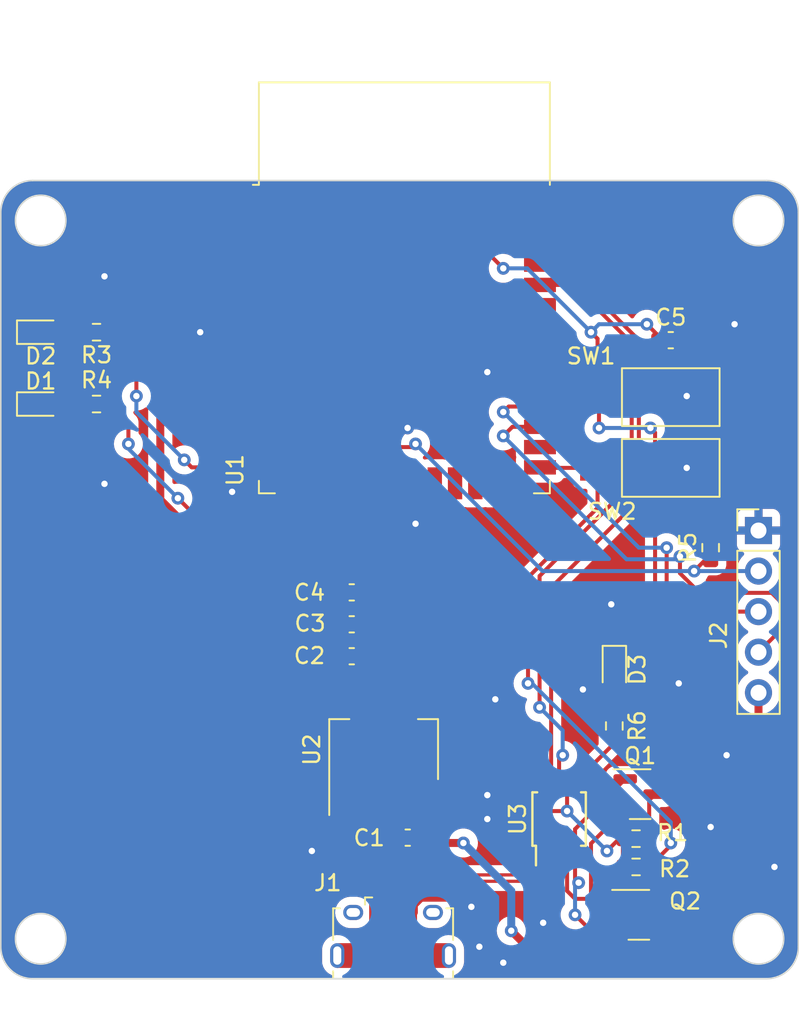
<source format=kicad_pcb>
(kicad_pcb (version 20221018) (generator pcbnew)
  (layers (0 "F.Cu" signal) (31 "B.Cu" signal) (34 "B.Paste" user) (35 "F.Paste" user) (36 "B.SilkS" user "B.Silkscreen") (37 "F.SilkS" user "F.Silkscreen") (38 "B.Mask" user) (39 "F.Mask" user) (44 "Edge.Cuts" user))
  (net 0 "")
  (net 1 "+5V")
  (net 2 "GND")
  (net 3 "+3V3")
  (net 4 "ESP32_EN")
  (net 5 "D+")
  (net 6 "D-")
  (net 7 "Net-(D1-A)")
  (net 8 "Net-(D2-A)")
  (net 9 "ESP32_IO0")
  (net 10 "Net-(D3-A)")
  (net 13 "Net-(Q1-G)")
  (net 14 "Net-(Q1-S)")
  (net 15 "Net-(U1-IO12)")
  (net 16 "Net-(U1-IO13)")
  (net 17 "Net-(U3-TNOW)")
  (net 23 "VM-EN")
  (net 33 "VM-RX")
  (net 34 "VM-TX")
  (net 40 "TX-PROG")
  (net 41 "RX-PROG")
  (footprint "Resistor_SMD:R_0603_1608Metric" (layer "F.Cu") (at 134.5 63 90)
    (fp_text reference "R5" (at 0 -1.43 90) (layer "F.SilkS"))
    (fp_text value "R_Small" hide)
    (fp_line (start -0.237258 -0.5225) (end 0.237258 -0.5225) (stroke (width 0.12)) (layer "F.SilkS"))
    (fp_line (start -0.237258 0.5225) (end 0.237258 0.5225) (stroke (width 0.12)) (layer "F.SilkS"))
    (pad "1" smd roundrect (at -0.825 0 90) (size 0.8 0.95) (layers "F.Cu" "F.Paste" "F.Mask") (net 23 "VM-EN"))
    (pad "2" smd roundrect (at 0.825 0 90) (size 0.8 0.95) (layers "F.Cu" "F.Paste" "F.Mask") (net 2 "GND"))
  )
  (footprint "Resistor_SMD:R_0603_1608Metric" (layer "F.Cu") (at 129.825 83)
    (fp_text reference "R2" (at 2.414662 0.125231) (layer "F.SilkS"))
    (fp_text value "R_Small" hide)
    (fp_line (start -0.237258 -0.5225) (end 0.237258 -0.5225) (stroke (width 0.12)) (layer "F.SilkS"))
    (fp_line (start -0.237258 0.5225) (end 0.237258 0.5225) (stroke (width 0.12)) (layer "F.SilkS"))
    (pad "1" smd roundrect (at -0.825 0) (size 0.8 0.95) (layers "F.Cu" "F.Paste" "F.Mask") (net 3 "+3V3"))
    (pad "2" smd roundrect (at 0.825 0) (size 0.8 0.95) (layers "F.Cu" "F.Paste" "F.Mask") (net 9 "ESP32_IO0"))
  )
  (footprint "RF_Module:ESP32-WROOM-32" (layer "F.Cu") (at 115.300989 49.713325)
    (fp_text reference "U1" (at -10.61 8.43 90) (layer "F.SilkS"))
    (fp_text value "ESP32-WROOM-32" hide)
    (fp_line (start -9.12 -15.865) (end -9.12 -9.445) (stroke (width 0.12)) (layer "F.SilkS"))
    (fp_line (start -9.12 -15.865) (end 9.12 -15.865) (stroke (width 0.12)) (layer "F.SilkS"))
    (fp_line (start -9.12 -9.445) (end -9.5 -9.445) (stroke (width 0.12)) (layer "F.SilkS"))
    (fp_line (start -9.12 9.1) (end -9.12 9.88) (stroke (width 0.12)) (layer "F.SilkS"))
    (fp_line (start -9.12 9.88) (end -8.12 9.88) (stroke (width 0.12)) (layer "F.SilkS"))
    (fp_line (start 9.12 -15.865) (end 9.12 -9.445) (stroke (width 0.12)) (layer "F.SilkS"))
    (fp_line (start 9.12 9.1) (end 9.12 9.88) (stroke (width 0.12)) (layer "F.SilkS"))
    (fp_line (start 9.12 9.88) (end 8.12 9.88) (stroke (width 0.12)) (layer "F.SilkS"))
    (pad "1" smd rect (at -8.5 -8.255) (size 2 0.9) (layers "F.Cu" "F.Paste" "F.Mask") (net 2 "GND"))
    (pad "2" smd rect (at -8.5 -6.985) (size 2 0.9) (layers "F.Cu" "F.Paste" "F.Mask") (net 3 "+3V3"))
    (pad "3" smd rect (at -8.5 -5.715) (size 2 0.9) (layers "F.Cu" "F.Paste" "F.Mask") (net 4 "ESP32_EN"))
    (pad "4" smd rect (at -8.5 -4.445) (size 2 0.9) (layers "F.Cu" "F.Paste" "F.Mask"))
    (pad "5" smd rect (at -8.5 -3.175) (size 2 0.9) (layers "F.Cu" "F.Paste" "F.Mask"))
    (pad "6" smd rect (at -8.5 -1.905) (size 2 0.9) (layers "F.Cu" "F.Paste" "F.Mask"))
    (pad "7" smd rect (at -8.5 -0.635) (size 2 0.9) (layers "F.Cu" "F.Paste" "F.Mask"))
    (pad "8" smd rect (at -8.5 0.635) (size 2 0.9) (layers "F.Cu" "F.Paste" "F.Mask"))
    (pad "9" smd rect (at -8.5 1.905) (size 2 0.9) (layers "F.Cu" "F.Paste" "F.Mask"))
    (pad "10" smd rect (at -8.5 3.175) (size 2 0.9) (layers "F.Cu" "F.Paste" "F.Mask"))
    (pad "11" smd rect (at -8.5 4.445) (size 2 0.9) (layers "F.Cu" "F.Paste" "F.Mask"))
    (pad "12" smd rect (at -8.5 5.715) (size 2 0.9) (layers "F.Cu" "F.Paste" "F.Mask"))
    (pad "13" smd rect (at -8.5 6.985) (size 2 0.9) (layers "F.Cu" "F.Paste" "F.Mask") (net 23 "VM-EN"))
    (pad "14" smd rect (at -8.5 8.255) (size 2 0.9) (layers "F.Cu" "F.Paste" "F.Mask") (net 15 "Net-(U1-IO12)"))
    (pad "15" smd rect (at -5.715 9.255 90) (size 2 0.9) (layers "F.Cu" "F.Paste" "F.Mask") (net 2 "GND"))
    (pad "16" smd rect (at -4.445 9.255 90) (size 2 0.9) (layers "F.Cu" "F.Paste" "F.Mask") (net 16 "Net-(U1-IO13)"))
    (pad "17" smd rect (at -3.175 9.255 90) (size 2 0.9) (layers "F.Cu" "F.Paste" "F.Mask"))
    (pad "18" smd rect (at -1.905 9.255 90) (size 2 0.9) (layers "F.Cu" "F.Paste" "F.Mask"))
    (pad "19" smd rect (at -0.635 9.255 90) (size 2 0.9) (layers "F.Cu" "F.Paste" "F.Mask"))
    (pad "20" smd rect (at 0.635 9.255 90) (size 2 0.9) (layers "F.Cu" "F.Paste" "F.Mask"))
    (pad "21" smd rect (at 1.905 9.255 90) (size 2 0.9) (layers "F.Cu" "F.Paste" "F.Mask"))
    (pad "22" smd rect (at 3.175 9.255 90) (size 2 0.9) (layers "F.Cu" "F.Paste" "F.Mask"))
    (pad "23" smd rect (at 4.445 9.255 90) (size 2 0.9) (layers "F.Cu" "F.Paste" "F.Mask"))
    (pad "24" smd rect (at 5.715 9.255 90) (size 2 0.9) (layers "F.Cu" "F.Paste" "F.Mask"))
    (pad "25" smd rect (at 8.5 8.255) (size 2 0.9) (layers "F.Cu" "F.Paste" "F.Mask") (net 9 "ESP32_IO0"))
    (pad "26" smd rect (at 8.5 6.985) (size 2 0.9) (layers "F.Cu" "F.Paste" "F.Mask"))
    (pad "27" smd rect (at 8.5 5.715) (size 2 0.9) (layers "F.Cu" "F.Paste" "F.Mask") (net 34 "VM-TX"))
    (pad "28" smd rect (at 8.5 4.445) (size 2 0.9) (layers "F.Cu" "F.Paste" "F.Mask") (net 33 "VM-RX"))
    (pad "29" smd rect (at 8.5 3.175) (size 2 0.9) (layers "F.Cu" "F.Paste" "F.Mask"))
    (pad "30" smd rect (at 8.5 1.905) (size 2 0.9) (layers "F.Cu" "F.Paste" "F.Mask"))
    (pad "31" smd rect (at 8.5 0.635) (size 2 0.9) (layers "F.Cu" "F.Paste" "F.Mask"))
    (pad "32" smd rect (at 8.5 -0.635) (size 2 0.9) (layers "F.Cu" "F.Paste" "F.Mask"))
    (pad "33" smd rect (at 8.5 -1.905) (size 2 0.9) (layers "F.Cu" "F.Paste" "F.Mask"))
    (pad "34" smd rect (at 8.5 -3.175) (size 2 0.9) (layers "F.Cu" "F.Paste" "F.Mask") (net 40 "TX-PROG"))
    (pad "35" smd rect (at 8.5 -4.445) (size 2 0.9) (layers "F.Cu" "F.Paste" "F.Mask") (net 41 "RX-PROG"))
    (pad "36" smd rect (at 8.5 -5.715) (size 2 0.9) (layers "F.Cu" "F.Paste" "F.Mask"))
    (pad "37" smd rect (at 8.5 -6.985) (size 2 0.9) (layers "F.Cu" "F.Paste" "F.Mask"))
    (pad "38" smd rect (at 8.5 -8.255) (size 2 0.9) (layers "F.Cu" "F.Paste" "F.Mask") (net 2 "GND"))
    (pad "39" smd rect (at -1 -0.755) (size 5 5) (layers "F.Cu" "F.Paste" "F.Mask") (net 2 "GND"))
    (zone (net 0) (net_name "") (layers "*.Cu") (connect_pads (clearance 0)) (min_thickness 0.254)
      (keepout (tracks not_allowed) (vias not_allowed) (pads not_allowed) (copperpour not_allowed) (footprints not_allowed))
      (fill (thermal_gap 0.508) (thermal_bridge_width 0.508))
      (polygon (pts (xy 101.300989 39.743325) (xy 129.300989 39.743325) (xy 129.300989 28.963325) (xy 101.300989 28.963325)))
    )
  )
  (footprint "Button_Switch_SMD:SW_SPST_FSMSM" (layer "F.Cu") (at 132 58)
    (fp_text reference "SW2" (at -3.672768 2.730948) (layer "F.SilkS"))
    (fp_text value "SW_Push" hide)
    (fp_line (start -3.06 -1.81) (end 3.06 -1.81) (stroke (width 0.12)) (layer "F.SilkS"))
    (fp_line (start -3.06 1.81) (end -3.06 -1.81) (stroke (width 0.12)) (layer "F.SilkS"))
    (fp_line (start 3.06 -1.81) (end 3.06 1.81) (stroke (width 0.12)) (layer "F.SilkS"))
    (fp_line (start 3.06 1.81) (end -3.06 1.81) (stroke (width 0.12)) (layer "F.SilkS"))
    (pad "1" smd rect (at -4.59 0) (size 2.18 1.6) (layers "F.Cu" "F.Paste" "F.Mask") (net 9 "ESP32_IO0"))
    (pad "2" smd rect (at 4.59 0) (size 2.18 1.6) (layers "F.Cu" "F.Paste" "F.Mask") (net 2 "GND"))
  )
  (footprint "Resistor_SMD:R_0603_1608Metric" (layer "F.Cu") (at 96 54 180)
    (fp_text reference "R4" (at 0 1.5) (layer "F.SilkS"))
    (fp_text value "R_Small" hide)
    (fp_line (start -0.237258 -0.5225) (end 0.237258 -0.5225) (stroke (width 0.12)) (layer "F.SilkS"))
    (fp_line (start -0.237258 0.5225) (end 0.237258 0.5225) (stroke (width 0.12)) (layer "F.SilkS"))
    (pad "1" smd roundrect (at -0.825 0 180) (size 0.8 0.95) (layers "F.Cu" "F.Paste" "F.Mask") (net 16 "Net-(U1-IO13)"))
    (pad "2" smd roundrect (at 0.825 0 180) (size 0.8 0.95) (layers "F.Cu" "F.Paste" "F.Mask") (net 7 "Net-(D1-A)"))
  )
  (footprint "Capacitor_SMD:C_0603_1608Metric" (layer "F.Cu") (at 112 65.8 180)
    (fp_text reference "C4" (at 2.649879 -0.00597) (layer "F.SilkS"))
    (fp_text value "C" hide)
    (fp_line (start -0.14058 -0.51) (end 0.14058 -0.51) (stroke (width 0.12)) (layer "F.SilkS"))
    (fp_line (start -0.14058 0.51) (end 0.14058 0.51) (stroke (width 0.12)) (layer "F.SilkS"))
    (pad "1" smd roundrect (at -0.775 0 180) (size 0.9 0.95) (layers "F.Cu" "F.Paste" "F.Mask") (net 3 "+3V3"))
    (pad "2" smd roundrect (at 0.775 0 180) (size 0.9 0.95) (layers "F.Cu" "F.Paste" "F.Mask") (net 2 "GND"))
  )
  (footprint "LED_SMD:LED_0603_1608Metric" (layer "F.Cu") (at 128.46448 70.634204 -90)
    (fp_text reference "D3" (at 0 -1.43 90) (layer "F.SilkS"))
    (fp_text value "LED" hide)
    (fp_line (start -1.485 -0.735) (end -1.485 0.735) (stroke (width 0.12)) (layer "F.SilkS"))
    (fp_line (start -1.485 0.735) (end 0.8 0.735) (stroke (width 0.12)) (layer "F.SilkS"))
    (fp_line (start 0.8 -0.735) (end -1.485 -0.735) (stroke (width 0.12)) (layer "F.SilkS"))
    (pad "1" smd roundrect (at -0.7875 0 270) (size 0.875 0.95) (layers "F.Cu" "F.Paste" "F.Mask") (net 2 "GND"))
    (pad "2" smd roundrect (at 0.7875 0 270) (size 0.875 0.95) (layers "F.Cu" "F.Paste" "F.Mask") (net 10 "Net-(D3-A)"))
  )
  (footprint "Capacitor_SMD:C_0603_1608Metric" (layer "F.Cu") (at 112 69.8 180)
    (fp_text reference "C2" (at 2.649879 0.028676) (layer "F.SilkS"))
    (fp_text value "C" hide)
    (fp_line (start -0.14058 -0.51) (end 0.14058 -0.51) (stroke (width 0.12)) (layer "F.SilkS"))
    (fp_line (start -0.14058 0.51) (end 0.14058 0.51) (stroke (width 0.12)) (layer "F.SilkS"))
    (pad "1" smd roundrect (at -0.775 0 180) (size 0.9 0.95) (layers "F.Cu" "F.Paste" "F.Mask") (net 3 "+3V3"))
    (pad "2" smd roundrect (at 0.775 0 180) (size 0.9 0.95) (layers "F.Cu" "F.Paste" "F.Mask") (net 2 "GND"))
  )
  (footprint "Package_TO_SOT_SMD:SOT-23" (layer "F.Cu") (at 130.079717 78.440149)
    (fp_text reference "Q1" (at 0 -2.4) (layer "F.SilkS"))
    (fp_text value "BSS138" hide)
    (fp_line (start 0 -1.56) (end -1.675 -1.56) (stroke (width 0.12)) (layer "F.SilkS"))
    (fp_line (start 0 -1.56) (end 0.65 -1.56) (stroke (width 0.12)) (layer "F.SilkS"))
    (fp_line (start 0 1.56) (end -0.65 1.56) (stroke (width 0.12)) (layer "F.SilkS"))
    (fp_line (start 0 1.56) (end 0.65 1.56) (stroke (width 0.12)) (layer "F.SilkS"))
    (pad "1" smd roundrect (at -0.9375 -0.95) (size 1.475 0.6) (layers "F.Cu" "F.Paste" "F.Mask") (net 13 "Net-(Q1-G)"))
    (pad "2" smd roundrect (at -0.9375 0.95) (size 1.475 0.6) (layers "F.Cu" "F.Paste" "F.Mask") (net 14 "Net-(Q1-S)"))
    (pad "3" smd roundrect (at 0.9375 0) (size 1.475 0.6) (layers "F.Cu" "F.Paste" "F.Mask") (net 4 "ESP32_EN"))
  )
  (footprint "Capacitor_SMD:C_0603_1608Metric" (layer "F.Cu") (at 115.511369 81.165751 180)
    (fp_text reference "C1" (at 2.418974 -0.017497) (layer "F.SilkS"))
    (fp_text value "C" hide)
    (fp_line (start -0.14058 -0.51) (end 0.14058 -0.51) (stroke (width 0.12)) (layer "F.SilkS"))
    (fp_line (start -0.14058 0.51) (end 0.14058 0.51) (stroke (width 0.12)) (layer "F.SilkS"))
    (pad "1" smd roundrect (at -0.775 0 180) (size 0.9 0.95) (layers "F.Cu" "F.Paste" "F.Mask") (net 1 "+5V"))
    (pad "2" smd roundrect (at 0.775 0 180) (size 0.9 0.95) (layers "F.Cu" "F.Paste" "F.Mask") (net 2 "GND"))
  )
  (footprint "Resistor_SMD:R_0603_1608Metric" (layer "F.Cu") (at 129.823072 81.227722)
    (fp_text reference "R1" (at 2.291668 -0.362459) (layer "F.SilkS"))
    (fp_text value "R_Small" hide)
    (fp_line (start -0.237258 -0.5225) (end 0.237258 -0.5225) (stroke (width 0.12)) (layer "F.SilkS"))
    (fp_line (start -0.237258 0.5225) (end 0.237258 0.5225) (stroke (width 0.12)) (layer "F.SilkS"))
    (pad "1" smd roundrect (at -0.825 0) (size 0.8 0.95) (layers "F.Cu" "F.Paste" "F.Mask") (net 3 "+3V3"))
    (pad "2" smd roundrect (at 0.825 0) (size 0.8 0.95) (layers "F.Cu" "F.Paste" "F.Mask") (net 4 "ESP32_EN"))
  )
  (footprint "Button_Switch_SMD:SW_SPST_FSMSM" (layer "F.Cu") (at 132 53.567361 180)
    (fp_text reference "SW1" (at 5 2.567361) (layer "F.SilkS"))
    (fp_text value "SW_Push" hide)
    (fp_line (start -3.06 -1.81) (end 3.06 -1.81) (stroke (width 0.12)) (layer "F.SilkS"))
    (fp_line (start -3.06 1.81) (end -3.06 -1.81) (stroke (width 0.12)) (layer "F.SilkS"))
    (fp_line (start 3.06 -1.81) (end 3.06 1.81) (stroke (width 0.12)) (layer "F.SilkS"))
    (fp_line (start 3.06 1.81) (end -3.06 1.81) (stroke (width 0.12)) (layer "F.SilkS"))
    (pad "1" smd rect (at -4.59 0 180) (size 2.18 1.6) (layers "F.Cu" "F.Paste" "F.Mask") (net 2 "GND"))
    (pad "2" smd rect (at 4.59 0 180) (size 2.18 1.6) (layers "F.Cu" "F.Paste" "F.Mask") (net 4 "ESP32_EN"))
  )
  (footprint "LED_SMD:LED_0603_1608Metric" (layer "F.Cu") (at 92.5 54)
    (fp_text reference "D1" (at 0 -1.43) (layer "F.SilkS"))
    (fp_text value "LED" hide)
    (fp_line (start -1.485 -0.735) (end -1.485 0.735) (stroke (width 0.12)) (layer "F.SilkS"))
    (fp_line (start -1.485 0.735) (end 0.8 0.735) (stroke (width 0.12)) (layer "F.SilkS"))
    (fp_line (start 0.8 -0.735) (end -1.485 -0.735) (stroke (width 0.12)) (layer "F.SilkS"))
    (pad "1" smd roundrect (at -0.7875 0) (size 0.875 0.95) (layers "F.Cu" "F.Paste" "F.Mask") (net 2 "GND"))
    (pad "2" smd roundrect (at 0.7875 0) (size 0.875 0.95) (layers "F.Cu" "F.Paste" "F.Mask") (net 7 "Net-(D1-A)"))
  )
  (footprint "Package_TO_SOT_SMD:SOT-223-3_TabPin2" (layer "F.Cu") (at 114 75.65 90)
    (fp_text reference "U2" (at 0 -4.5 90) (layer "F.SilkS"))
    (fp_text value "AMS1117-3.3" hide)
    (fp_line (start -4.1 -3.41) (end 1.91 -3.41) (stroke (width 0.12)) (layer "F.SilkS"))
    (fp_line (start -1.85 3.41) (end 1.91 3.41) (stroke (width 0.12)) (layer "F.SilkS"))
    (fp_line (start 1.91 -3.41) (end 1.91 -2.15) (stroke (width 0.12)) (layer "F.SilkS"))
    (fp_line (start 1.91 3.41) (end 1.91 2.15) (stroke (width 0.12)) (layer "F.SilkS"))
    (pad "1" smd rect (at -3.15 -2.3 90) (size 2 1.5) (layers "F.Cu" "F.Paste" "F.Mask") (net 2 "GND"))
    (pad "2" smd rect (at -3.15 0 90) (size 2 1.5) (layers "F.Cu" "F.Paste" "F.Mask") (net 3 "+3V3"))
    (pad "2" smd rect (at 3.15 0 90) (size 2 3.8) (layers "F.Cu" "F.Paste" "F.Mask") (net 3 "+3V3"))
    (pad "3" smd rect (at -3.15 2.3 90) (size 2 1.5) (layers "F.Cu" "F.Paste" "F.Mask") (net 1 "+5V"))
  )
  (footprint "LED_SMD:LED_0603_1608Metric" (layer "F.Cu") (at 92.5 49.5)
    (fp_text reference "D2" (at 0 1.5) (layer "F.SilkS"))
    (fp_text value "LED" hide)
    (fp_line (start -1.485 -0.735) (end -1.485 0.735) (stroke (width 0.12)) (layer "F.SilkS"))
    (fp_line (start -1.485 0.735) (end 0.8 0.735) (stroke (width 0.12)) (layer "F.SilkS"))
    (fp_line (start 0.8 -0.735) (end -1.485 -0.735) (stroke (width 0.12)) (layer "F.SilkS"))
    (pad "1" smd roundrect (at -0.7875 0) (size 0.875 0.95) (layers "F.Cu" "F.Paste" "F.Mask") (net 2 "GND"))
    (pad "2" smd roundrect (at 0.7875 0) (size 0.875 0.95) (layers "F.Cu" "F.Paste" "F.Mask") (net 8 "Net-(D2-A)"))
  )
  (footprint "Connector_USB:USB_Micro-B_Amphenol_10118194_Horizontal" (layer "F.Cu") (at 114.593254 87.252051)
    (fp_text reference "J1" (at -4.093254 -3.252051) (layer "F.SilkS"))
    (fp_text value "USB_OTG")
    (fp_line (start -3.76 -1.66) (end -3.34 -1.66) (stroke (width 0.12)) (layer "F.SilkS"))
    (fp_line (start -3.76 0.32) (end -3.76 -1.66) (stroke (width 0.12)) (layer "F.SilkS"))
    (fp_line (start -3.76 2.69) (end -3.76 2.29) (stroke (width 0.12)) (layer "F.SilkS"))
    (fp_line (start -1.76 -1.89) (end -1.76 -2.34) (stroke (width 0.12)) (layer "F.SilkS"))
    (fp_line (start -1.31 -2.34) (end -1.76 -2.34) (stroke (width 0.12)) (layer "F.SilkS"))
    (fp_line (start 3.76 -1.66) (end 3.34 -1.66) (stroke (width 0.12)) (layer "F.SilkS"))
    (fp_line (start 3.76 0.32) (end 3.76 -1.66) (stroke (width 0.12)) (layer "F.SilkS"))
    (fp_line (start 3.76 2.29) (end 3.76 2.69) (stroke (width 0.12)) (layer "F.SilkS"))
    (pad "1" smd rect (at -1.3 -1.4) (size 0.4 1.35) (layers "F.Cu" "F.Paste" "F.Mask") (net 1 "+5V"))
    (pad "2" smd rect (at -0.65 -1.4) (size 0.4 1.35) (layers "F.Cu" "F.Paste" "F.Mask") (net 6 "D-"))
    (pad "3" smd rect (at 0 -1.4) (size 0.4 1.35) (layers "F.Cu" "F.Paste" "F.Mask") (net 5 "D+"))
    (pad "4" smd rect (at 0.65 -1.4) (size 0.4 1.35) (layers "F.Cu" "F.Paste" "F.Mask"))
    (pad "5" smd rect (at 1.3 -1.4) (size 0.4 1.35) (layers "F.Cu" "F.Paste" "F.Mask") (net 2 "GND"))
    (pad "6" thru_hole oval (at -3.5 1.3) (size 0.89 1.55) (drill oval 0.5 1.15) (layers "*.Cu" "*.Mask"))
    (pad "6" smd rect (at -2.9 1.3) (size 1.2 1.55) (layers "F.Cu" "F.Paste" "F.Mask"))
    (pad "6" thru_hole oval (at -2.5 -1.4) (size 1.25 0.95) (drill oval 0.85 0.55) (layers "*.Cu" "*.Mask"))
    (pad "6" smd rect (at -1 1.3) (size 1.5 1.55) (layers "F.Cu" "F.Paste" "F.Mask"))
    (pad "6" smd rect (at 1 1.3) (size 1.5 1.55) (layers "F.Cu" "F.Paste" "F.Mask"))
    (pad "6" thru_hole oval (at 2.5 -1.4) (size 1.25 0.95) (drill oval 0.85 0.55) (layers "*.Cu" "*.Mask"))
    (pad "6" smd rect (at 2.9 1.3) (size 1.2 1.55) (layers "F.Cu" "F.Paste" "F.Mask"))
    (pad "6" thru_hole oval (at 3.5 1.3) (size 0.89 1.55) (drill oval 0.5 1.15) (layers "*.Cu" "*.Mask"))
  )
  (footprint "Connector_PinHeader_2.54mm:PinHeader_1x05_P2.54mm_Vertical" (layer "F.Cu") (at 137.5 61.925)
    (fp_text reference "J2" (at -2.5 6.575 90) (layer "F.SilkS"))
    (fp_text value "Conn_01x05" hide)
    (fp_line (start -1.33 -1.33) (end 0 -1.33) (stroke (width 0.12)) (layer "F.SilkS"))
    (fp_line (start -1.33 0) (end -1.33 -1.33) (stroke (width 0.12)) (layer "F.SilkS"))
    (fp_line (start -1.33 1.27) (end -1.33 11.49) (stroke (width 0.12)) (layer "F.SilkS"))
    (fp_line (start -1.33 1.27) (end 1.33 1.27) (stroke (width 0.12)) (layer "F.SilkS"))
    (fp_line (start -1.33 11.49) (end 1.33 11.49) (stroke (width 0.12)) (layer "F.SilkS"))
    (fp_line (start 1.33 1.27) (end 1.33 11.49) (stroke (width 0.12)) (layer "F.SilkS"))
    (pad "1" thru_hole rect (at 0 0) (size 1.7 1.7) (drill 1) (layers "*.Cu" "*.Mask") (net 2 "GND"))
    (pad "2" thru_hole oval (at 0 2.54) (size 1.7 1.7) (drill 1) (layers "*.Cu" "*.Mask") (net 23 "VM-EN"))
    (pad "3" thru_hole oval (at 0 5.08) (size 1.7 1.7) (drill 1) (layers "*.Cu" "*.Mask") (net 33 "VM-RX"))
    (pad "4" thru_hole oval (at 0 7.62) (size 1.7 1.7) (drill 1) (layers "*.Cu" "*.Mask") (net 34 "VM-TX"))
    (pad "5" thru_hole oval (at 0 10.16) (size 1.7 1.7) (drill 1) (layers "*.Cu" "*.Mask") (net 1 "+5V"))
  )
  (footprint "Resistor_SMD:R_0603_1608Metric" (layer "F.Cu") (at 128.461 74.168 -90)
    (fp_text reference "R6" (at 0 -1.43 90) (layer "F.SilkS"))
    (fp_text value "R_Small" hide)
    (fp_line (start -0.237258 -0.5225) (end 0.237258 -0.5225) (stroke (width 0.12)) (layer "F.SilkS"))
    (fp_line (start -0.237258 0.5225) (end 0.237258 0.5225) (stroke (width 0.12)) (layer "F.SilkS"))
    (pad "1" smd roundrect (at -0.825 0 270) (size 0.8 0.95) (layers "F.Cu" "F.Paste" "F.Mask") (net 10 "Net-(D3-A)"))
    (pad "2" smd roundrect (at 0.825 0 270) (size 0.8 0.95) (layers "F.Cu" "F.Paste" "F.Mask") (net 17 "Net-(U3-TNOW)"))
  )
  (footprint "Capacitor_SMD:C_0603_1608Metric" (layer "F.Cu") (at 112 67.8 180)
    (fp_text reference "C3" (at 2.612024 0.05394) (layer "F.SilkS"))
    (fp_text value "C" hide)
    (fp_line (start -0.14058 -0.51) (end 0.14058 -0.51) (stroke (width 0.12)) (layer "F.SilkS"))
    (fp_line (start -0.14058 0.51) (end 0.14058 0.51) (stroke (width 0.12)) (layer "F.SilkS"))
    (pad "1" smd roundrect (at -0.775 0 180) (size 0.9 0.95) (layers "F.Cu" "F.Paste" "F.Mask") (net 3 "+3V3"))
    (pad "2" smd roundrect (at 0.775 0 180) (size 0.9 0.95) (layers "F.Cu" "F.Paste" "F.Mask") (net 2 "GND"))
  )
  (footprint "Capacitor_SMD:C_0603_1608Metric" (layer "F.Cu") (at 132 50)
    (fp_text reference "C5" (at 0 -1.43) (layer "F.SilkS"))
    (fp_text value "C" hide)
    (fp_line (start -0.14058 -0.51) (end 0.14058 -0.51) (stroke (width 0.12)) (layer "F.SilkS"))
    (fp_line (start -0.14058 0.51) (end 0.14058 0.51) (stroke (width 0.12)) (layer "F.SilkS"))
    (pad "1" smd roundrect (at -0.775 0) (size 0.9 0.95) (layers "F.Cu" "F.Paste" "F.Mask") (net 4 "ESP32_EN"))
    (pad "2" smd roundrect (at 0.775 0) (size 0.9 0.95) (layers "F.Cu" "F.Paste" "F.Mask") (net 2 "GND"))
  )
  (footprint "Package_SO:MSOP-10_3x3mm_P0.5mm" (layer "F.Cu") (at 125 80 90)
    (fp_text reference "U3" (at 0 -2.6 90) (layer "F.SilkS"))
    (fp_text value "CH340E" hide)
    (fp_line (start -1.675 -1.675) (end -1.675 -1.45) (stroke (width 0.15)) (layer "F.SilkS"))
    (fp_line (start -1.675 -1.675) (end 1.675 -1.675) (stroke (width 0.15)) (layer "F.SilkS"))
    (fp_line (start -1.675 -1.45) (end -2.9 -1.45) (stroke (width 0.15)) (layer "F.SilkS"))
    (fp_line (start -1.675 1.675) (end -1.675 1.375) (stroke (width 0.15)) (layer "F.SilkS"))
    (fp_line (start -1.675 1.675) (end 1.675 1.675) (stroke (width 0.15)) (layer "F.SilkS"))
    (fp_line (start 1.675 -1.675) (end 1.675 -1.375) (stroke (width 0.15)) (layer "F.SilkS"))
    (fp_line (start 1.675 1.675) (end 1.675 1.375) (stroke (width 0.15)) (layer "F.SilkS"))
    (pad "1" smd rect (at -2.2 -1 90) (size 1.4 0.3) (layers "F.Cu" "F.Paste" "F.Mask") (net 6 "D-"))
    (pad "2" smd rect (at -2.2 -0.5 90) (size 1.4 0.3) (layers "F.Cu" "F.Paste" "F.Mask") (net 5 "D+"))
    (pad "3" smd rect (at -2.2 0 90) (size 1.4 0.3) (layers "F.Cu" "F.Paste" "F.Mask") (net 2 "GND"))
    (pad "4" smd rect (at -2.2 0.5 90) (size 1.4 0.3) (layers "F.Cu" "F.Paste" "F.Mask") (net 14 "Net-(Q1-S)"))
    (pad "5" smd rect (at -2.2 1 90) (size 1.4 0.3) (layers "F.Cu" "F.Paste" "F.Mask") (net 13 "Net-(Q1-G)"))
    (pad "6" smd rect (at 2.2 1 90) (size 1.4 0.3) (layers "F.Cu" "F.Paste" "F.Mask") (net 17 "Net-(U3-TNOW)"))
    (pad "7" smd rect (at 2.2 0.5 90) (size 1.4 0.3) (layers "F.Cu" "F.Paste" "F.Mask") (net 3 "+3V3"))
    (pad "8" smd rect (at 2.2 0 90) (size 1.4 0.3) (layers "F.Cu" "F.Paste" "F.Mask") (net 40 "TX-PROG"))
    (pad "9" smd rect (at 2.2 -0.5 90) (size 1.4 0.3) (layers "F.Cu" "F.Paste" "F.Mask") (net 41 "RX-PROG"))
    (pad "10" smd rect (at 2.2 -1 90) (size 1.4 0.3) (layers "F.Cu" "F.Paste" "F.Mask") (net 3 "+3V3"))
  )
  (footprint "Resistor_SMD:R_0603_1608Metric" (layer "F.Cu") (at 96 49.5 180)
    (fp_text reference "R3" (at 0 -1.43) (layer "F.SilkS"))
    (fp_text value "R_Small" hide)
    (fp_line (start -0.237258 -0.5225) (end 0.237258 -0.5225) (stroke (width 0.12)) (layer "F.SilkS"))
    (fp_line (start -0.237258 0.5225) (end 0.237258 0.5225) (stroke (width 0.12)) (layer "F.SilkS"))
    (pad "1" smd roundrect (at -0.825 0 180) (size 0.8 0.95) (layers "F.Cu" "F.Paste" "F.Mask") (net 15 "Net-(U1-IO12)"))
    (pad "2" smd roundrect (at 0.825 0 180) (size 0.8 0.95) (layers "F.Cu" "F.Paste" "F.Mask") (net 8 "Net-(D2-A)"))
  )
  (footprint "Package_TO_SOT_SMD:SOT-23" (layer "F.Cu") (at 130 86)
    (fp_text reference "Q2" (at 2.898347 -0.85329) (layer "F.SilkS"))
    (fp_text value "BSS138" hide)
    (fp_line (start 0 -1.56) (end -1.675 -1.56) (stroke (width 0.12)) (layer "F.SilkS"))
    (fp_line (start 0 -1.56) (end 0.65 -1.56) (stroke (width 0.12)) (layer "F.SilkS"))
    (fp_line (start 0 1.56) (end -0.65 1.56) (stroke (width 0.12)) (layer "F.SilkS"))
    (fp_line (start 0 1.56) (end 0.65 1.56) (stroke (width 0.12)) (layer "F.SilkS"))
    (pad "1" smd roundrect (at -0.9375 -0.95) (size 1.475 0.6) (layers "F.Cu" "F.Paste" "F.Mask") (net 14 "Net-(Q1-S)"))
    (pad "2" smd roundrect (at -0.9375 0.95) (size 1.475 0.6) (layers "F.Cu" "F.Paste" "F.Mask") (net 13 "Net-(Q1-G)"))
    (pad "3" smd roundrect (at 0.9375 0) (size 1.475 0.6) (layers "F.Cu" "F.Paste" "F.Mask") (net 9 "ESP32_IO0"))
  )
  (gr_circle (center 137.5 42.5) (end 139 43) (stroke (width 0.1)) (fill none) (layer "Edge.Cuts"))
  (gr_arc (start 90 42) (mid 90.585786 40.585786) (end 92 40) (stroke (width 0.1)) (layer "Edge.Cuts"))
  (gr_circle (center 92.5 87.5) (end 94 88) (stroke (width 0.1)) (fill none) (layer "Edge.Cuts"))
  (gr_circle (center 137.5 87.5) (end 139 88) (stroke (width 0.1)) (fill none) (layer "Edge.Cuts"))
  (gr_circle (center 92.5 42.5) (end 94 43) (stroke (width 0.1)) (fill none) (layer "Edge.Cuts"))
  (gr_line (start 138 90) (end 92 90) (stroke (width 0.1)) (layer "Edge.Cuts"))
  (gr_line (start 140 42) (end 140 88) (stroke (width 0.1)) (layer "Edge.Cuts"))
  (gr_arc (start 92 90) (mid 90.585786 89.414214) (end 90 88) (stroke (width 0.1)) (layer "Edge.Cuts"))
  (gr_line (start 90 88) (end 90 42) (stroke (width 0.1)) (layer "Edge.Cuts"))
  (gr_arc (start 138 40) (mid 139.414214 40.585786) (end 140 42) (stroke (width 0.1)) (layer "Edge.Cuts"))
  (gr_line (start 92 40) (end 138 40) (stroke (width 0.1)) (layer "Edge.Cuts"))
  (gr_arc (start 140 88) (mid 139.414214 89.414214) (end 138 90) (stroke (width 0.1)) (layer "Edge.Cuts"))
  (segment (start 116.3 81.15212) (end 116.286369 81.165751) (width 0.5) (layer "F.Cu") (net 1))
  (segment (start 116.620618 81.5) (end 116.286369 81.165751) (width 0.5) (layer "F.Cu") (net 1))
  (segment (start 116.286369 82.077913) (end 116.286369 81.165751) (width 0.3) (layer "F.Cu") (net 1))
  (segment (start 137.5 72.085) (end 137.5 82.5) (width 0.5) (layer "F.Cu") (net 1))
  (segment (start 113.293254 85.071028) (end 116.286369 82.077913) (width 0.3) (layer "F.Cu") (net 1))
  (segment (start 130 88.5) (end 123.5 88.5) (width 0.5) (layer "F.Cu") (net 1))
  (segment (start 116.3 78.8) (end 116.3 81.15212) (width 0.5) (layer "F.Cu") (net 1))
  (segment (start 123.5 88.5) (end 122 87) (width 0.5) (layer "F.Cu") (net 1))
  (segment (start 135 85) (end 131.5 88.5) (width 0.5) (layer "F.Cu") (net 1))
  (segment (start 113.293254 85.852051) (end 113.293254 85.071028) (width 0.3) (layer "F.Cu") (net 1))
  (segment (start 119 81.5) (end 116.620618 81.5) (width 0.5) (layer "F.Cu") (net 1))
  (segment (start 137.5 82.5) (end 135 85) (width 0.5) (layer "F.Cu") (net 1))
  (segment (start 131.5 88.5) (end 130 88.5) (width 0.5) (layer "F.Cu") (net 1))
  (via (at 122 87) (size 0.8) (drill 0.4) (layers "F.Cu" "B.Cu") (net 1))
  (via (at 119 81.5) (size 0.8) (drill 0.4) (layers "F.Cu" "B.Cu") (net 1))
  (segment (start 122 84.5) (end 119 81.5) (width 0.5) (layer "B.Cu") (net 1))
  (segment (start 122 87) (end 122 84.5) (width 0.5) (layer "B.Cu") (net 1))
  (segment (start 123.849022 80) (end 123.5 80) (width 0.3) (layer "F.Cu") (net 2))
  (segment (start 125 82.2) (end 125 84.5) (width 0.3) (layer "F.Cu") (net 2))
  (segment (start 125 84.5) (end 124.5 85) (width 0.3) (layer "F.Cu") (net 2))
  (segment (start 118.927531 84.927531) (end 119.5 85.5) (width 0.5) (layer "F.Cu") (net 2))
  (segment (start 115.893254 85.377051) (end 116.342774 84.927531) (width 0.5) (layer "F.Cu") (net 2))
  (segment (start 125 81.150978) (end 123.849022 80) (width 0.3) (layer "F.Cu") (net 2))
  (segment (start 115.893254 85.852051) (end 115.893254 85.377051) (width 0.5) (layer "F.Cu") (net 2))
  (segment (start 125 82.2) (end 125 81.150978) (width 0.3) (layer "F.Cu") (net 2))
  (segment (start 116.342774 84.927531) (end 118.927531 84.927531) (width 0.5) (layer "F.Cu") (net 2))
  (via (at 133 53.5) (size 0.8) (drill 0.4) (layers "F.Cu" "B.Cu") (net 2))
  (via (at 120 88) (size 0.8) (drill 0.4) (layers "F.Cu" "B.Cu") (net 2))
  (via (at 115.5 55.5) (size 0.8) (drill 0.4) (layers "F.Cu" "B.Cu") (net 2))
  (via (at 133 58) (size 0.8) (drill 0.4) (layers "F.Cu" "B.Cu") (net 2))
  (via (at 132.5 71.5) (size 0.8) (drill 0.4) (layers "F.Cu" "B.Cu") (net 2))
  (via (at 126.492 71.882) (size 0.8) (drill 0.4) (layers "F.Cu" "B.Cu") (net 2))
  (via (at 104.5 59.5) (size 0.8) (drill 0.4) (layers "F.Cu" "B.Cu") (net 2))
  (via (at 134.5 80.5) (size 0.8) (drill 0.4) (layers "F.Cu" "B.Cu") (net 2))
  (via (at 96.5 46) (size 0.8) (drill 0.4) (layers "F.Cu" "B.Cu") (net 2))
  (via (at 120.5 52) (size 0.8) (drill 0.4) (layers "F.Cu" "B.Cu") (net 2))
  (via (at 136 49) (size 0.8) (drill 0.4) (layers "F.Cu" "B.Cu") (net 2))
  (via (at 121.5 89) (size 0.8) (drill 0.4) (layers "F.Cu" "B.Cu") (net 2))
  (via (at 120.5 78.5) (size 0.8) (drill 0.4) (layers "F.Cu" "B.Cu") (net 2))
  (via (at 121 72.5) (size 0.8) (drill 0.4) (layers "F.Cu" "B.Cu") (net 2))
  (via (at 109.5 82) (size 0.8) (drill 0.4) (layers "F.Cu" "B.Cu") (net 2))
  (via (at 138.5 83) (size 0.8) (drill 0.4) (layers "F.Cu" "B.Cu") (net 2))
  (via (at 128.27 66.548) (size 0.8) (drill 0.4) (layers "F.Cu" "B.Cu") (net 2))
  (via (at 120.5 80) (size 0.8) (drill 0.4) (layers "F.Cu" "B.Cu") (net 2))
  (via (at 96.5 59) (size 0.8) (drill 0.4) (layers "F.Cu" "B.Cu") (net 2))
  (via (at 119.5 85.5) (size 0.8) (drill 0.4) (layers "F.Cu" "B.Cu") (net 2))
  (via (at 116 61.5) (size 0.8) (drill 0.4) (layers "F.Cu" "B.Cu") (net 2))
  (via (at 135.5 76) (size 0.8) (drill 0.4) (layers "F.Cu" "B.Cu") (net 2))
  (via (at 124 86.5) (size 0.8) (drill 0.4) (layers "F.Cu" "B.Cu") (net 2))
  (via (at 102.5 49.5) (size 0.8) (drill 0.4) (layers "F.Cu" "B.Cu") (net 2))
  (segment (start 112.775 69.8) (end 112.775 67.8) (width 0.5) (layer "F.Cu") (net 3))
  (segment (start 124.5 79.5) (end 124 79) (width 0.25) (layer "F.Cu") (net 3))
  (segment (start 112.775 64.075) (end 112.775 65.8) (width 0.5) (layer "F.Cu") (net 3))
  (segment (start 106.800989 42.728325) (end 105.271675 42.728325) (width 0.5) (layer "F.Cu") (net 3))
  (segment (start 124 77.8) (end 124 76.5) (width 0.25) (layer "F.Cu") (net 3))
  (segment (start 114 76) (end 114 72.5) (width 0.5) (layer "F.Cu") (net 3))
  (segment (start 100 48) (end 100 60) (width 0.5) (layer "F.Cu") (net 3))
  (segment (start 125.5 79.5) (end 124.5 79.5) (width 0.25) (layer "F.Cu") (net 3))
  (segment (start 129 83) (end 129 81.22965) (width 0.25) (layer "F.Cu") (net 3))
  (segment (start 105.271675 42.728325) (end 100 48) (width 0.5) (layer "F.Cu") (net 3))
  (segment (start 101.5 61.5) (end 110.2 61.5) (width 0.5) (layer "F.Cu") (net 3))
  (segment (start 100 60) (end 101.5 61.5) (width 0.5) (layer "F.Cu") (net 3))
  (segment (start 112.775 65.8) (end 112.775 67.8) (width 0.5) (layer "F.Cu") (net 3))
  (segment (start 123.5 76) (end 114 76) (width 0.25) (layer "F.Cu") (net 3))
  (segment (start 128.772278 81.227722) (end 128 82) (width 0.25) (layer "F.Cu") (net 3))
  (segment (start 124 79) (end 124 77.8) (width 0.25) (layer "F.Cu") (net 3))
  (segment (start 110.2 61.5) (end 112.775 64.075) (width 0.5) (layer "F.Cu") (net 3))
  (segment (start 112.775 71.275) (end 114 72.5) (width 0.5) (layer "F.Cu") (net 3))
  (segment (start 124 76.5) (end 123.5 76) (width 0.25) (layer "F.Cu") (net 3))
  (segment (start 129 81.22965) (end 128.998072 81.227722) (width 0.25) (layer "F.Cu") (net 3))
  (segment (start 114 78.8) (end 114 76) (width 0.5) (layer "F.Cu") (net 3))
  (segment (start 112.775 69.8) (end 112.775 71.425) (width 0.5) (layer "F.Cu") (net 3))
  (segment (start 125.5 79.5) (end 125.5 77.8) (width 0.25) (layer "F.Cu") (net 3))
  (segment (start 128.998072 81.227722) (end 128.772278 81.227722) (width 0.25) (layer "F.Cu") (net 3))
  (via (at 128 82) (size 0.8) (drill 0.4) (layers "F.Cu" "B.Cu") (net 3))
  (via (at 125.5 79.5) (size 0.8) (drill 0.4) (layers "F.Cu" "B.Cu") (net 3))
  (segment (start 125.5 79.5) (end 128 82) (width 0.25) (layer "B.Cu") (net 3))
  (segment (start 127.5 53.657361) (end 127.41 53.567361) (width 0.25) (layer "F.Cu") (net 4))
  (segment (start 131.225 50) (end 131.225 49.725) (width 0.25) (layer "F.Cu") (net 4))
  (segment (start 106.800989 43.998325) (end 119.998325 43.998325) (width 0.25) (layer "F.Cu") (net 4))
  (segment (start 127.41 53.567361) (end 127.41 49.91) (width 0.25) (layer "F.Cu") (net 4))
  (segment (start 127.5 55.5) (end 127.5 53.657361) (width 0.25) (layer "F.Cu") (net 4))
  (segment (start 131.225 49.725) (end 130.5 49) (width 0.25) (layer "F.Cu") (net 4))
  (segment (start 127.41 49.91) (end 127 49.5) (width 0.25) (layer "F.Cu") (net 4))
  (segment (start 119.998325 43.998325) (end 121.5 45.5) (width 0.25) (layer "F.Cu") (net 4))
  (segment (start 130.648072 78.809294) (end 131.017217 78.440149) (width 0.25) (layer "F.Cu") (net 4))
  (segment (start 130.7245 55.5) (end 131.017217 55.792717) (width 0.25) (layer "F.Cu") (net 4))
  (segment (start 131.017217 55.792717) (end 131.017217 78.440149) (width 0.25) (layer "F.Cu") (net 4))
  (segment (start 130.648072 81.227722) (end 130.648072 78.809294) (width 0.25) (layer "F.Cu") (net 4))
  (via (at 121.5 45.5) (size 0.8) (drill 0.4) (layers "F.Cu" "B.Cu") (net 4))
  (via (at 130.7245 55.5) (size 0.8) (drill 0.4) (layers "F.Cu" "B.Cu") (net 4))
  (via (at 127 49.5) (size 0.8) (drill 0.4) (layers "F.Cu" "B.Cu") (net 4))
  (via (at 127.5 55.5) (size 0.8) (drill 0.4) (layers "F.Cu" "B.Cu") (net 4))
  (via (at 130.5 49) (size 0.8) (drill 0.4) (layers "F.Cu" "B.Cu") (net 4))
  (segment (start 127.5 49) (end 127 49.5) (width 0.25) (layer "B.Cu") (net 4))
  (segment (start 130.7245 55.5) (end 127.5 55.5) (width 0.25) (layer "B.Cu") (net 4))
  (segment (start 130.5 49) (end 127.5 49) (width 0.25) (layer "B.Cu") (net 4))
  (segment (start 127 49.5) (end 123 45.5) (width 0.25) (layer "B.Cu") (net 4))
  (segment (start 123 45.5) (end 121.5 45.5) (width 0.25) (layer "B.Cu") (net 4))
  (segment (start 124.5 83.5) (end 124.5 82.2) (width 0.2) (layer "F.Cu") (net 5))
  (segment (start 115.665486 83.89952) (end 124.10048 83.89952) (width 0.2) (layer "F.Cu") (net 5))
  (segment (start 114.593254 84.971752) (end 115.665486 83.89952) (width 0.2) (layer "F.Cu") (net 5))
  (segment (start 114.593254 85.852051) (end 114.593254 84.971752) (width 0.2) (layer "F.Cu") (net 5))
  (segment (start 124.10048 83.89952) (end 124.5 83.5) (width 0.2) (layer "F.Cu") (net 5))
  (segment (start 113.943254 85.056746) (end 115.5 83.5) (width 0.2) (layer "F.Cu") (net 6))
  (segment (start 124 83.434994) (end 124 82.2) (width 0.2) (layer "F.Cu") (net 6))
  (segment (start 123.934994 83.5) (end 124 83.434994) (width 0.2) (layer "F.Cu") (net 6))
  (segment (start 113.943254 85.852051) (end 113.943254 85.056746) (width 0.2) (layer "F.Cu") (net 6))
  (segment (start 115.5 83.5) (end 123.934994 83.5) (width 0.2) (layer "F.Cu") (net 6))
  (segment (start 95.175 54) (end 93.2875 54) (width 0.25) (layer "F.Cu") (net 7))
  (segment (start 95.175 49.5) (end 93.2875 49.5) (width 0.25) (layer "F.Cu") (net 8))
  (segment (start 127.41 60.504762) (end 124.957381 62.957381) (width 0.25) (layer "F.Cu") (net 9))
  (segment (start 132 81.5) (end 132 81.65) (width 0.25) (layer "F.Cu") (net 9))
  (segment (start 124.957381 62.957381) (end 123.051 64.863762) (width 0.25) (layer "F.Cu") (net 9))
  (segment (start 123.832664 58) (end 123.800989 57.968325) (width 0.25) (layer "F.Cu") (net 9))
  (segment (start 130.65 83) (end 130.65 85.7125) (width 0.25) (layer "F.Cu") (net 9))
  (segment (start 127.41 58) (end 123.832664 58) (width 0.25) (layer "F.Cu") (net 9))
  (segment (start 123.051 64.863762) (end 123.051 71.5) (width 0.25) (layer "F.Cu") (net 9))
  (segment (start 130.65 85.7125) (end 130.9375 86) (width 0.25) (layer "F.Cu") (net 9))
  (segment (start 127.41 58) (end 127.41 60.504762) (width 0.25) (layer "F.Cu") (net 9))
  (segment (start 132 81.65) (end 130.65 83) (width 0.25) (layer "F.Cu") (net 9))
  (via (at 132 81.5) (size 0.8) (drill 0.4) (layers "F.Cu" "B.Cu") (net 9))
  (via (at 123.051 71.5) (size 0.8) (drill 0.4) (layers "F.Cu" "B.Cu") (net 9))
  (segment (start 132 80.199886) (end 132 81.5) (width 0.25) (layer "B.Cu") (net 9))
  (segment (start 123.051 71.5) (end 123.300114 71.5) (width 0.25) (layer "B.Cu") (net 9))
  (segment (start 123.300114 71.5) (end 132 80.199886) (width 0.25) (layer "B.Cu") (net 9))
  (segment (start 128.461 73.343) (end 128.461 71.425184) (width 0.25) (layer "F.Cu") (net 10))
  (segment (start 128.461 71.425184) (end 128.46448 71.421704) (width 0.25) (layer "F.Cu") (net 10))
  (segment (start 126 80.632366) (end 129.142217 77.490149) (width 0.25) (layer "F.Cu") (net 13))
  (segment (start 126.2245 83.987701) (end 126 83.763201) (width 0.25) (layer "F.Cu") (net 13))
  (segment (start 126 83.763201) (end 126 82.2) (width 0.25) (layer "F.Cu") (net 13))
  (segment (start 126.95 86.95) (end 126 86) (width 0.25) (layer "F.Cu") (net 13))
  (segment (start 126 82.2) (end 126 80.632366) (width 0.25) (layer "F.Cu") (net 13))
  (segment (start 129.0625 86.95) (end 126.95 86.95) (width 0.25) (layer "F.Cu") (net 13))
  (via (at 126 86) (size 0.8) (drill 0.4) (layers "F.Cu" "B.Cu") (net 13))
  (via (at 126.2245 83.987701) (size 0.8) (drill 0.4) (layers "F.Cu" "B.Cu") (net 13))
  (segment (start 126 84.212201) (end 126.2245 83.987701) (width 0.25) (layer "B.Cu") (net 13))
  (segment (start 126 86) (end 126 84.212201) (width 0.25) (layer "B.Cu") (net 13))
  (segment (start 127 81.532366) (end 127 85) (width 0.25) (layer "F.Cu") (net 14))
  (segment (start 129.0625 85.05) (end 129.0125 85) (width 0.25) (layer "F.Cu") (net 14))
  (segment (start 126 85) (end 125.5 84.5) (width 0.25) (layer "F.Cu") (net 14))
  (segment (start 125.5 84.5) (end 125.5 82.2) (width 0.25) (layer "F.Cu") (net 14))
  (segment (start 129.0125 85) (end 127 85) (width 0.25) (layer "F.Cu") (net 14))
  (segment (start 127 85) (end 126 85) (width 0.25) (layer "F.Cu") (net 14))
  (segment (start 129.142217 79.390149) (end 127 81.532366) (width 0.25) (layer "F.Cu") (net 14))
  (segment (start 106.800989 57.968325) (end 101.968325 57.968325) (width 0.25) (layer "F.Cu") (net 15))
  (segment (start 101.968325 57.968325) (end 101.5 57.5) (width 0.25) (layer "F.Cu") (net 15))
  (segment (start 98.5 51.175) (end 96.825 49.5) (width 0.25) (layer "F.Cu") (net 15))
  (segment (start 98.5 53.5) (end 98.5 51.175) (width 0.25) (layer "F.Cu") (net 15))
  (via (at 98.5 53.5) (size 0.8) (drill 0.4) (layers "F.Cu" "B.Cu") (net 15))
  (via (at 101.5 57.5) (size 0.8) (drill 0.4) (layers "F.Cu" "B.Cu") (net 15))
  (segment (start 101.5 57.5) (end 98.5 54.5) (width 0.25) (layer "B.Cu") (net 15))
  (segment (start 98.5 54.5) (end 98.5 53.5) (width 0.25) (layer "B.Cu") (net 15))
  (segment (start 110.855989 60.218325) (end 110.148834 60.92548) (width 0.25) (layer "F.Cu") (net 16))
  (segment (start 102.126856 60.92548) (end 101.100688 59.899312) (width 0.25) (layer "F.Cu") (net 16))
  (segment (start 110.855989 58.968325) (end 110.855989 60.218325) (width 0.25) (layer "F.Cu") (net 16))
  (segment (start 105.5 60.92548) (end 102.126856 60.92548) (width 0.25) (layer "F.Cu") (net 16))
  (segment (start 110.148834 60.92548) (end 105.5 60.92548) (width 0.25) (layer "F.Cu") (net 16))
  (segment (start 98 56.5) (end 98 55.175) (width 0.25) (layer "F.Cu") (net 16))
  (segment (start 98 55.175) (end 96.825 54) (width 0.25) (layer "F.Cu") (net 16))
  (via (at 101.100688 59.899312) (size 0.8) (drill 0.4) (layers "F.Cu" "B.Cu") (net 16))
  (via (at 98 56.5) (size 0.8) (drill 0.4) (layers "F.Cu" "B.Cu") (net 16))
  (segment (start 101.100688 59.899312) (end 98 56.798624) (width 0.25) (layer "B.Cu") (net 16))
  (segment (start 98 56.798624) (end 98 56.5) (width 0.25) (layer "B.Cu") (net 16))
  (segment (start 126 77.708) (end 128.461 75.247) (width 0.25) (layer "F.Cu") (net 17))
  (segment (start 128.461 75.247) (end 128.461 74.993) (width 0.25) (layer "F.Cu") (net 17))
  (segment (start 126 77.8) (end 126 77.708) (width 0.25) (layer "F.Cu") (net 17))
  (segment (start 106.800989 56.698325) (end 115.801675 56.698325) (width 0.25) (layer "F.Cu") (net 23))
  (segment (start 115.801675 56.698325) (end 116 56.5) (width 0.25) (layer "F.Cu") (net 23))
  (segment (start 134.5 63.825) (end 134.105 63.825) (width 0.25) (layer "F.Cu") (net 23))
  (segment (start 134.105 63.825) (end 133.465 64.465) (width 0.25) (layer "F.Cu") (net 23))
  (via (at 116 56.5) (size 0.8) (drill 0.4) (layers "F.Cu" "B.Cu") (net 23))
  (via (at 133.465 64.465) (size 0.8) (drill 0.4) (layers "F.Cu" "B.Cu") (net 23))
  (segment (start 116 56.5) (end 123.965 64.465) (width 0.25) (layer "B.Cu") (net 23))
  (segment (start 123.965 64.465) (end 133.465 64.465) (width 0.25) (layer "B.Cu") (net 23))
  (segment (start 133.465 64.465) (end 137.5 64.465) (width 0.25) (layer "B.Cu") (net 23))
  (segment (start 123.800989 54.158325) (end 121.841675 54.158325) (width 0.25) (layer "F.Cu") (net 33))
  (segment (start 131.741717 63) (end 131.741717 65.741717) (width 0.25) (layer "F.Cu") (net 33))
  (segment (start 131.741717 65.741717) (end 133.005 67.005) (width 0.25) (layer "F.Cu") (net 33))
  (segment (start 121.841675 54.158325) (end 121.5 54.5) (width 0.25) (layer "F.Cu") (net 33))
  (segment (start 133.005 67.005) (end 137.5 67.005) (width 0.25) (layer "F.Cu") (net 33))
  (via (at 131.741717 63) (size 0.8) (drill 0.4) (layers "F.Cu" "B.Cu") (net 33))
  (via (at 121.5 54.5) (size 0.8) (drill 0.4) (layers "F.Cu" "B.Cu") (net 33))
  (segment (start 121.5 54.5) (end 130 63) (width 0.25) (layer "B.Cu") (net 33))
  (segment (start 130 63) (end 131.741717 63) (width 0.25) (layer "B.Cu") (net 33))
  (segment (start 138.330489 65.830489) (end 139 66.5) (width 0.25) (layer "F.Cu") (net 34))
  (segment (start 139 68.045) (end 137.5 69.545) (width 0.25) (layer "F.Cu") (net 34))
  (segment (start 132.576147 63.55021) (end 132.576147 64.600761) (width 0.25) (layer "F.Cu") (net 34))
  (segment (start 133.805875 65.830489) (end 138.330489 65.830489) (width 0.25) (layer "F.Cu") (net 34))
  (segment (start 132.576147 64.600761) (end 133.805875 65.830489) (width 0.25) (layer "F.Cu") (net 34))
  (segment (start 123.800989 55.428325) (end 122.071675 55.428325) (width 0.25) (layer "F.Cu") (net 34))
  (segment (start 122.071675 55.428325) (end 121.5 56) (width 0.25) (layer "F.Cu") (net 34))
  (segment (start 139 66.5) (end 139 68.045) (width 0.25) (layer "F.Cu") (net 34))
  (via (at 132.576147 63.55021) (size 0.8) (drill 0.4) (layers "F.Cu" "B.Cu") (net 34))
  (via (at 121.5 56) (size 0.8) (drill 0.4) (layers "F.Cu" "B.Cu") (net 34))
  (segment (start 129.224511 63.724511) (end 132.401846 63.724511) (width 0.25) (layer "B.Cu") (net 34))
  (segment (start 121.5 56) (end 129.224511 63.724511) (width 0.25) (layer "B.Cu") (net 34))
  (segment (start 132.401846 63.724511) (end 132.576147 63.55021) (width 0.25) (layer "B.Cu") (net 34))
  (segment (start 129.55048 50.186198) (end 129.55048 59) (width 0.25) (layer "F.Cu") (net 40))
  (segment (start 123.7755 64.77498) (end 123.7755 73) (width 0.25) (layer "F.Cu") (net 40))
  (segment (start 123.800989 46.538325) (end 125.902607 46.538325) (width 0.25) (layer "F.Cu") (net 40))
  (segment (start 129.55048 59) (end 123.7755 64.77498) (width 0.25) (layer "F.Cu") (net 40))
  (segment (start 125.902607 46.538325) (end 127.682141 48.317859) (width 0.25) (layer "F.Cu") (net 40))
  (segment (start 125.2245 76) (end 125 76.2245) (width 0.25) (layer "F.Cu") (net 40))
  (segment (start 125 76.2245) (end 125 77.8) (width 0.25) (layer "F.Cu") (net 40))
  (segment (start 127.682141 48.317859) (end 129.55048 50.186198) (width 0.25) (layer "F.Cu") (net 40))
  (via (at 123.7755 73) (size 0.8) (drill 0.4) (layers "F.Cu" "B.Cu") (net 40))
  (via (at 125.2245 76) (size 0.8) (drill 0.4) (layers "F.Cu" "B.Cu") (net 40))
  (segment (start 123.7755 73) (end 125.2245 74.449) (width 0.25) (layer "B.Cu") (net 40))
  (segment (start 125.2245 74.449) (end 125.2245 76) (width 0.25) (layer "B.Cu") (net 40))
  (segment (start 125.268325 45.268325) (end 123.800989 45.268325) (width 0.25) (layer "F.Cu") (net 41))
  (segment (start 124.5 77.8) (end 124.5 65.5) (width 0.25) (layer "F.Cu") (net 41))
  (segment (start 130 50) (end 125.268325 45.268325) (width 0.25) (layer "F.Cu") (net 41))
  (segment (start 130 60) (end 130 50) (width 0.25) (layer "F.Cu") (net 41))
  (segment (start 124.5 65.5) (end 130 60) (width 0.25) (layer "F.Cu") (net 41))
  (zone (net 2) (net_name "GND") (layers "F&B.Cu") (connect_pads (clearance 0.508)) (min_thickness 0.254) (fill yes (thermal_gap 0.508) (thermal_bridge_width 0.508))
    (polygon (pts (xy 140 90) (xy 90 90) (xy 90 40) (xy 140 40)))
  )
)
</source>
